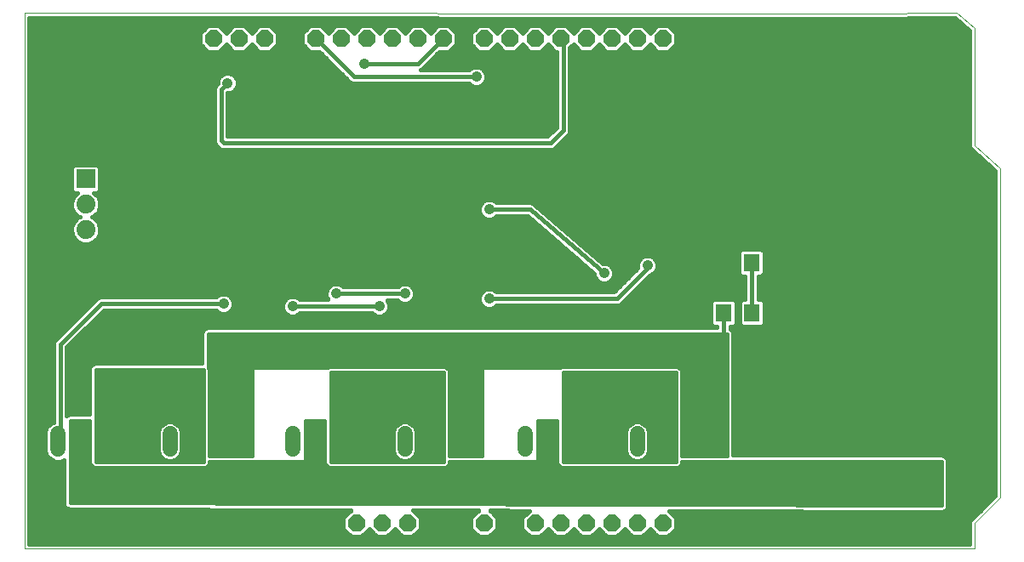
<source format=gbl>
G75*
%MOIN*%
%OFA0B0*%
%FSLAX25Y25*%
%IPPOS*%
%LPD*%
%AMOC8*
5,1,8,0,0,1.08239X$1,22.5*
%
%ADD10C,0.00000*%
%ADD11R,0.06299X0.07098*%
%ADD12R,0.06299X0.07087*%
%ADD13R,0.07087X0.12598*%
%ADD14OC8,0.06600*%
%ADD15C,0.06600*%
%ADD16R,0.06500X0.06500*%
%ADD17R,0.07400X0.07400*%
%ADD18C,0.07400*%
%ADD19OC8,0.15000*%
%ADD20C,0.06000*%
%ADD21C,0.04134*%
%ADD22C,0.01600*%
D10*
X0005000Y0005000D02*
X0005000Y0215000D01*
X0330921Y0214701D01*
X0370000Y0215000D01*
X0377000Y0209000D01*
X0377000Y0163000D01*
X0387000Y0154000D01*
X0387000Y0025000D01*
X0377000Y0015000D01*
X0377000Y0005000D01*
X0005000Y0005000D01*
D11*
X0278732Y0097520D03*
X0289929Y0097520D03*
D12*
X0289701Y0117071D03*
X0278677Y0117071D03*
D13*
X0274843Y0081189D03*
X0296890Y0081189D03*
D14*
X0255000Y0015000D03*
X0245000Y0015000D03*
X0235000Y0015000D03*
X0225000Y0015000D03*
X0215000Y0015000D03*
X0205000Y0015000D03*
X0185000Y0015000D03*
X0175000Y0015000D03*
X0165000Y0015000D03*
X0155000Y0015000D03*
X0145000Y0015000D03*
X0135000Y0015000D03*
X0139000Y0205000D03*
X0129000Y0205000D03*
X0119000Y0205000D03*
X0109000Y0205000D03*
X0099000Y0205000D03*
X0089000Y0205000D03*
X0079000Y0205000D03*
X0149000Y0205000D03*
X0159000Y0205000D03*
X0169000Y0205000D03*
X0185000Y0205000D03*
X0195000Y0205000D03*
X0205000Y0205000D03*
X0215000Y0205000D03*
X0225000Y0205000D03*
X0235000Y0205000D03*
X0245000Y0205000D03*
X0255000Y0205000D03*
D15*
X0311000Y0061000D03*
D16*
X0311000Y0031000D03*
D17*
X0029000Y0150000D03*
D18*
X0029000Y0140000D03*
X0029000Y0130000D03*
D19*
X0050000Y0065000D03*
X0142000Y0065000D03*
X0233000Y0065000D03*
X0354000Y0062000D03*
X0355000Y0031000D03*
D20*
X0265000Y0044000D02*
X0265000Y0050000D01*
X0255000Y0050000D02*
X0255000Y0044000D01*
X0245000Y0044000D02*
X0245000Y0050000D01*
X0221000Y0050000D02*
X0221000Y0044000D01*
X0211000Y0044000D02*
X0211000Y0050000D01*
X0201000Y0050000D02*
X0201000Y0044000D01*
X0174000Y0044000D02*
X0174000Y0050000D01*
X0164000Y0050000D02*
X0164000Y0044000D01*
X0154000Y0044000D02*
X0154000Y0050000D01*
X0130000Y0050000D02*
X0130000Y0044000D01*
X0120000Y0044000D02*
X0120000Y0050000D01*
X0110000Y0050000D02*
X0110000Y0044000D01*
X0082000Y0044000D02*
X0082000Y0050000D01*
X0072000Y0050000D02*
X0072000Y0044000D01*
X0062000Y0044000D02*
X0062000Y0050000D01*
X0038000Y0050000D02*
X0038000Y0044000D01*
X0028000Y0044000D02*
X0028000Y0050000D01*
X0018000Y0050000D02*
X0018000Y0044000D01*
D21*
X0083000Y0101000D03*
X0110000Y0100000D03*
X0127000Y0105000D03*
X0144000Y0100000D03*
X0154000Y0105000D03*
X0187000Y0103000D03*
X0232000Y0113000D03*
X0249000Y0116000D03*
X0187000Y0138000D03*
X0182000Y0190000D03*
X0138000Y0195000D03*
X0084500Y0187500D03*
D22*
X0082000Y0185000D01*
X0082000Y0165000D01*
X0083000Y0164000D01*
X0211000Y0164000D01*
X0216000Y0169000D01*
X0216000Y0204000D01*
X0215000Y0205000D01*
X0218600Y0201388D02*
X0220000Y0202788D01*
X0222888Y0199900D01*
X0227112Y0199900D01*
X0230000Y0202788D01*
X0232888Y0199900D01*
X0237112Y0199900D01*
X0240000Y0202788D01*
X0242888Y0199900D01*
X0247112Y0199900D01*
X0250000Y0202788D01*
X0252888Y0199900D01*
X0257112Y0199900D01*
X0260100Y0202888D01*
X0260100Y0207112D01*
X0257112Y0210100D01*
X0252888Y0210100D01*
X0250000Y0207212D01*
X0247112Y0210100D01*
X0242888Y0210100D01*
X0240000Y0207212D01*
X0237112Y0210100D01*
X0232888Y0210100D01*
X0230000Y0207212D01*
X0227112Y0210100D01*
X0222888Y0210100D01*
X0220000Y0207212D01*
X0217112Y0210100D01*
X0212888Y0210100D01*
X0210000Y0207212D01*
X0207112Y0210100D01*
X0202888Y0210100D01*
X0200000Y0207212D01*
X0197112Y0210100D01*
X0192888Y0210100D01*
X0190000Y0207212D01*
X0187112Y0210100D01*
X0182888Y0210100D01*
X0179900Y0207112D01*
X0179900Y0202888D01*
X0182888Y0199900D01*
X0187112Y0199900D01*
X0190000Y0202788D01*
X0192888Y0199900D01*
X0197112Y0199900D01*
X0200000Y0202788D01*
X0202888Y0199900D01*
X0207112Y0199900D01*
X0210000Y0202788D01*
X0212888Y0199900D01*
X0213400Y0199900D01*
X0213400Y0170077D01*
X0209923Y0166600D01*
X0084600Y0166600D01*
X0084600Y0183633D01*
X0085269Y0183633D01*
X0086690Y0184222D01*
X0087778Y0185310D01*
X0088367Y0186731D01*
X0088367Y0188269D01*
X0087778Y0189690D01*
X0086690Y0190778D01*
X0085269Y0191367D01*
X0083731Y0191367D01*
X0082310Y0190778D01*
X0081222Y0189690D01*
X0080633Y0188269D01*
X0080633Y0187310D01*
X0079796Y0186473D01*
X0079400Y0185517D01*
X0079400Y0164483D01*
X0079796Y0163527D01*
X0080527Y0162796D01*
X0081527Y0161796D01*
X0082483Y0161400D01*
X0211517Y0161400D01*
X0212473Y0161796D01*
X0213204Y0162527D01*
X0218204Y0167527D01*
X0218600Y0168483D01*
X0218600Y0201388D01*
X0218600Y0200520D02*
X0222267Y0200520D01*
X0220669Y0202119D02*
X0219331Y0202119D01*
X0218600Y0198922D02*
X0375200Y0198922D01*
X0375200Y0200520D02*
X0257733Y0200520D01*
X0259331Y0202119D02*
X0375200Y0202119D01*
X0375200Y0203717D02*
X0260100Y0203717D01*
X0260100Y0205316D02*
X0375200Y0205316D01*
X0375200Y0206914D02*
X0260100Y0206914D01*
X0258700Y0208513D02*
X0374803Y0208513D01*
X0375200Y0208172D02*
X0375200Y0163691D01*
X0375163Y0163650D01*
X0375200Y0162953D01*
X0375200Y0162254D01*
X0375239Y0162216D01*
X0375242Y0162161D01*
X0375761Y0161694D01*
X0376254Y0161200D01*
X0376309Y0161200D01*
X0385200Y0153198D01*
X0385200Y0025746D01*
X0375200Y0015746D01*
X0375200Y0006800D01*
X0006800Y0006800D01*
X0006800Y0213198D01*
X0330183Y0212901D01*
X0330189Y0212895D01*
X0330927Y0212901D01*
X0331665Y0212900D01*
X0331672Y0212906D01*
X0369340Y0213195D01*
X0375200Y0208172D01*
X0372938Y0210111D02*
X0006800Y0210111D01*
X0006800Y0208513D02*
X0075300Y0208513D01*
X0073900Y0207112D02*
X0076888Y0210100D01*
X0081112Y0210100D01*
X0084000Y0207212D01*
X0086888Y0210100D01*
X0091112Y0210100D01*
X0094000Y0207212D01*
X0096888Y0210100D01*
X0101112Y0210100D01*
X0104100Y0207112D01*
X0104100Y0202888D01*
X0101112Y0199900D01*
X0096888Y0199900D01*
X0094000Y0202788D01*
X0091112Y0199900D01*
X0086888Y0199900D01*
X0084000Y0202788D01*
X0081112Y0199900D01*
X0076888Y0199900D01*
X0073900Y0202888D01*
X0073900Y0207112D01*
X0073900Y0206914D02*
X0006800Y0206914D01*
X0006800Y0205316D02*
X0073900Y0205316D01*
X0073900Y0203717D02*
X0006800Y0203717D01*
X0006800Y0202119D02*
X0074669Y0202119D01*
X0076267Y0200520D02*
X0006800Y0200520D01*
X0006800Y0198922D02*
X0121401Y0198922D01*
X0120423Y0199900D02*
X0132527Y0187796D01*
X0133483Y0187400D01*
X0179131Y0187400D01*
X0179810Y0186722D01*
X0181231Y0186133D01*
X0182769Y0186133D01*
X0184190Y0186722D01*
X0185278Y0187810D01*
X0185867Y0189231D01*
X0185867Y0190769D01*
X0185278Y0192190D01*
X0184190Y0193278D01*
X0182769Y0193867D01*
X0181231Y0193867D01*
X0179810Y0193278D01*
X0179131Y0192600D01*
X0160000Y0192600D01*
X0160473Y0192796D01*
X0167577Y0199900D01*
X0171112Y0199900D01*
X0174100Y0202888D01*
X0174100Y0207112D01*
X0171112Y0210100D01*
X0166888Y0210100D01*
X0164000Y0207212D01*
X0161112Y0210100D01*
X0156888Y0210100D01*
X0154000Y0207212D01*
X0151112Y0210100D01*
X0146888Y0210100D01*
X0144000Y0207212D01*
X0141112Y0210100D01*
X0136888Y0210100D01*
X0134000Y0207212D01*
X0131112Y0210100D01*
X0126888Y0210100D01*
X0124000Y0207212D01*
X0121112Y0210100D01*
X0116888Y0210100D01*
X0113900Y0207112D01*
X0113900Y0202888D01*
X0116888Y0199900D01*
X0120423Y0199900D01*
X0123000Y0197323D02*
X0006800Y0197323D01*
X0006800Y0195725D02*
X0124598Y0195725D01*
X0126197Y0194126D02*
X0006800Y0194126D01*
X0006800Y0192528D02*
X0127795Y0192528D01*
X0129394Y0190929D02*
X0086326Y0190929D01*
X0087927Y0189331D02*
X0130992Y0189331D01*
X0132681Y0187732D02*
X0088367Y0187732D01*
X0088120Y0186134D02*
X0181230Y0186134D01*
X0182770Y0186134D02*
X0213400Y0186134D01*
X0213400Y0187732D02*
X0185201Y0187732D01*
X0185867Y0189331D02*
X0213400Y0189331D01*
X0213400Y0190929D02*
X0185801Y0190929D01*
X0184941Y0192528D02*
X0213400Y0192528D01*
X0213400Y0194126D02*
X0161803Y0194126D01*
X0163402Y0195725D02*
X0213400Y0195725D01*
X0213400Y0197323D02*
X0165000Y0197323D01*
X0166599Y0198922D02*
X0213400Y0198922D01*
X0212267Y0200520D02*
X0207733Y0200520D01*
X0209331Y0202119D02*
X0210669Y0202119D01*
X0202267Y0200520D02*
X0197733Y0200520D01*
X0199331Y0202119D02*
X0200669Y0202119D01*
X0192267Y0200520D02*
X0187733Y0200520D01*
X0189331Y0202119D02*
X0190669Y0202119D01*
X0191300Y0208513D02*
X0188700Y0208513D01*
X0181300Y0208513D02*
X0172700Y0208513D01*
X0174100Y0206914D02*
X0179900Y0206914D01*
X0179900Y0205316D02*
X0174100Y0205316D01*
X0174100Y0203717D02*
X0179900Y0203717D01*
X0180669Y0202119D02*
X0173331Y0202119D01*
X0171733Y0200520D02*
X0182267Y0200520D01*
X0169000Y0205000D02*
X0159000Y0195000D01*
X0138000Y0195000D01*
X0134000Y0190000D02*
X0119000Y0205000D01*
X0113900Y0205316D02*
X0104100Y0205316D01*
X0104100Y0206914D02*
X0113900Y0206914D01*
X0115300Y0208513D02*
X0102700Y0208513D01*
X0095300Y0208513D02*
X0092700Y0208513D01*
X0085300Y0208513D02*
X0082700Y0208513D01*
X0083331Y0202119D02*
X0084669Y0202119D01*
X0086267Y0200520D02*
X0081733Y0200520D01*
X0091733Y0200520D02*
X0096267Y0200520D01*
X0094669Y0202119D02*
X0093331Y0202119D01*
X0101733Y0200520D02*
X0116267Y0200520D01*
X0114669Y0202119D02*
X0103331Y0202119D01*
X0104100Y0203717D02*
X0113900Y0203717D01*
X0122700Y0208513D02*
X0125300Y0208513D01*
X0132700Y0208513D02*
X0135300Y0208513D01*
X0142700Y0208513D02*
X0145300Y0208513D01*
X0152700Y0208513D02*
X0155300Y0208513D01*
X0162700Y0208513D02*
X0165300Y0208513D01*
X0182000Y0190000D02*
X0134000Y0190000D01*
X0087004Y0184535D02*
X0213400Y0184535D01*
X0213400Y0182937D02*
X0084600Y0182937D01*
X0084600Y0181338D02*
X0213400Y0181338D01*
X0213400Y0179739D02*
X0084600Y0179739D01*
X0084600Y0178141D02*
X0213400Y0178141D01*
X0213400Y0176542D02*
X0084600Y0176542D01*
X0084600Y0174944D02*
X0213400Y0174944D01*
X0213400Y0173345D02*
X0084600Y0173345D01*
X0084600Y0171747D02*
X0213400Y0171747D01*
X0213400Y0170148D02*
X0084600Y0170148D01*
X0084600Y0168550D02*
X0211873Y0168550D01*
X0210274Y0166951D02*
X0084600Y0166951D01*
X0079400Y0166951D02*
X0006800Y0166951D01*
X0006800Y0165353D02*
X0079400Y0165353D01*
X0079702Y0163754D02*
X0006800Y0163754D01*
X0006800Y0162156D02*
X0081167Y0162156D01*
X0079400Y0168550D02*
X0006800Y0168550D01*
X0006800Y0170148D02*
X0079400Y0170148D01*
X0079400Y0171747D02*
X0006800Y0171747D01*
X0006800Y0173345D02*
X0079400Y0173345D01*
X0079400Y0174944D02*
X0006800Y0174944D01*
X0006800Y0176542D02*
X0079400Y0176542D01*
X0079400Y0178141D02*
X0006800Y0178141D01*
X0006800Y0179739D02*
X0079400Y0179739D01*
X0079400Y0181338D02*
X0006800Y0181338D01*
X0006800Y0182937D02*
X0079400Y0182937D01*
X0079400Y0184535D02*
X0006800Y0184535D01*
X0006800Y0186134D02*
X0079655Y0186134D01*
X0080633Y0187732D02*
X0006800Y0187732D01*
X0006800Y0189331D02*
X0081073Y0189331D01*
X0082674Y0190929D02*
X0006800Y0190929D01*
X0006800Y0211710D02*
X0371073Y0211710D01*
X0375200Y0197323D02*
X0218600Y0197323D01*
X0218600Y0195725D02*
X0375200Y0195725D01*
X0375200Y0194126D02*
X0218600Y0194126D01*
X0218600Y0192528D02*
X0375200Y0192528D01*
X0375200Y0190929D02*
X0218600Y0190929D01*
X0218600Y0189331D02*
X0375200Y0189331D01*
X0375200Y0187732D02*
X0218600Y0187732D01*
X0218600Y0186134D02*
X0375200Y0186134D01*
X0375200Y0184535D02*
X0218600Y0184535D01*
X0218600Y0182937D02*
X0375200Y0182937D01*
X0375200Y0181338D02*
X0218600Y0181338D01*
X0218600Y0179739D02*
X0375200Y0179739D01*
X0375200Y0178141D02*
X0218600Y0178141D01*
X0218600Y0176542D02*
X0375200Y0176542D01*
X0375200Y0174944D02*
X0218600Y0174944D01*
X0218600Y0173345D02*
X0375200Y0173345D01*
X0375200Y0171747D02*
X0218600Y0171747D01*
X0218600Y0170148D02*
X0375200Y0170148D01*
X0375200Y0168550D02*
X0218600Y0168550D01*
X0217628Y0166951D02*
X0375200Y0166951D01*
X0375200Y0165353D02*
X0216030Y0165353D01*
X0214431Y0163754D02*
X0375200Y0163754D01*
X0375247Y0162156D02*
X0212833Y0162156D01*
X0189869Y0140600D02*
X0189190Y0141278D01*
X0187769Y0141867D01*
X0186231Y0141867D01*
X0184810Y0141278D01*
X0183722Y0140190D01*
X0183133Y0138769D01*
X0183133Y0137231D01*
X0183722Y0135810D01*
X0184810Y0134722D01*
X0186231Y0134133D01*
X0187769Y0134133D01*
X0189190Y0134722D01*
X0189869Y0135400D01*
X0202034Y0135400D01*
X0228133Y0112901D01*
X0228133Y0112231D01*
X0228722Y0110810D01*
X0229810Y0109722D01*
X0231231Y0109133D01*
X0232769Y0109133D01*
X0234190Y0109722D01*
X0235278Y0110810D01*
X0235867Y0112231D01*
X0235867Y0113769D01*
X0235278Y0115190D01*
X0234190Y0116278D01*
X0232769Y0116867D01*
X0231496Y0116867D01*
X0204770Y0139907D01*
X0204473Y0140204D01*
X0204381Y0140242D01*
X0204306Y0140307D01*
X0203906Y0140439D01*
X0203517Y0140600D01*
X0203418Y0140600D01*
X0203324Y0140631D01*
X0202904Y0140600D01*
X0189869Y0140600D01*
X0188956Y0141375D02*
X0385200Y0141375D01*
X0385200Y0139777D02*
X0204921Y0139777D01*
X0206775Y0138178D02*
X0385200Y0138178D01*
X0385200Y0136580D02*
X0208630Y0136580D01*
X0210484Y0134981D02*
X0385200Y0134981D01*
X0385200Y0133383D02*
X0212338Y0133383D01*
X0214192Y0131784D02*
X0385200Y0131784D01*
X0385200Y0130186D02*
X0216047Y0130186D01*
X0217901Y0128587D02*
X0385200Y0128587D01*
X0385200Y0126989D02*
X0219755Y0126989D01*
X0221609Y0125390D02*
X0385200Y0125390D01*
X0385200Y0123792D02*
X0223464Y0123792D01*
X0225318Y0122193D02*
X0285584Y0122193D01*
X0285806Y0122414D02*
X0284751Y0121360D01*
X0284751Y0112782D01*
X0285806Y0111728D01*
X0287101Y0111728D01*
X0287101Y0102869D01*
X0286034Y0102869D01*
X0284980Y0101814D01*
X0284980Y0093225D01*
X0286034Y0092170D01*
X0293824Y0092170D01*
X0294879Y0093225D01*
X0294879Y0101814D01*
X0293824Y0102869D01*
X0292301Y0102869D01*
X0292301Y0111728D01*
X0293596Y0111728D01*
X0294650Y0112782D01*
X0294650Y0121360D01*
X0293596Y0122414D01*
X0285806Y0122414D01*
X0284751Y0120595D02*
X0227172Y0120595D01*
X0229027Y0118996D02*
X0246527Y0118996D01*
X0246810Y0119278D02*
X0245722Y0118190D01*
X0245133Y0116769D01*
X0245133Y0115231D01*
X0245256Y0114933D01*
X0235923Y0105600D01*
X0189869Y0105600D01*
X0189190Y0106278D01*
X0187769Y0106867D01*
X0186231Y0106867D01*
X0184810Y0106278D01*
X0183722Y0105190D01*
X0183133Y0103769D01*
X0183133Y0102231D01*
X0183722Y0100810D01*
X0184810Y0099722D01*
X0186231Y0099133D01*
X0187769Y0099133D01*
X0189190Y0099722D01*
X0189869Y0100400D01*
X0237517Y0100400D01*
X0238473Y0100796D01*
X0249839Y0112162D01*
X0251190Y0112722D01*
X0252278Y0113810D01*
X0252867Y0115231D01*
X0252867Y0116769D01*
X0252278Y0118190D01*
X0251190Y0119278D01*
X0249769Y0119867D01*
X0248231Y0119867D01*
X0246810Y0119278D01*
X0245393Y0117398D02*
X0230881Y0117398D01*
X0234670Y0115799D02*
X0245133Y0115799D01*
X0244524Y0114201D02*
X0235688Y0114201D01*
X0235867Y0112602D02*
X0242925Y0112602D01*
X0241327Y0111003D02*
X0235359Y0111003D01*
X0233426Y0109405D02*
X0239728Y0109405D01*
X0238130Y0107806D02*
X0156662Y0107806D01*
X0156190Y0108278D02*
X0154769Y0108867D01*
X0153231Y0108867D01*
X0151810Y0108278D01*
X0151131Y0107600D01*
X0129869Y0107600D01*
X0129190Y0108278D01*
X0127769Y0108867D01*
X0126231Y0108867D01*
X0124810Y0108278D01*
X0123722Y0107190D01*
X0123133Y0105769D01*
X0123133Y0104231D01*
X0123722Y0102810D01*
X0123931Y0102600D01*
X0112869Y0102600D01*
X0112190Y0103278D01*
X0110769Y0103867D01*
X0109231Y0103867D01*
X0107810Y0103278D01*
X0106722Y0102190D01*
X0106133Y0100769D01*
X0106133Y0099231D01*
X0106722Y0097810D01*
X0107810Y0096722D01*
X0109231Y0096133D01*
X0110769Y0096133D01*
X0112190Y0096722D01*
X0112869Y0097400D01*
X0141131Y0097400D01*
X0141810Y0096722D01*
X0143231Y0096133D01*
X0144769Y0096133D01*
X0146190Y0096722D01*
X0147278Y0097810D01*
X0147867Y0099231D01*
X0147867Y0100769D01*
X0147278Y0102190D01*
X0147069Y0102400D01*
X0151131Y0102400D01*
X0151810Y0101722D01*
X0153231Y0101133D01*
X0154769Y0101133D01*
X0156190Y0101722D01*
X0157278Y0102810D01*
X0157867Y0104231D01*
X0157867Y0105769D01*
X0157278Y0107190D01*
X0156190Y0108278D01*
X0157685Y0106208D02*
X0184739Y0106208D01*
X0183481Y0104609D02*
X0157867Y0104609D01*
X0157362Y0103011D02*
X0183133Y0103011D01*
X0183472Y0101412D02*
X0155444Y0101412D01*
X0152556Y0101412D02*
X0147600Y0101412D01*
X0147867Y0099814D02*
X0184717Y0099814D01*
X0187000Y0103000D02*
X0237000Y0103000D01*
X0249000Y0115000D01*
X0249000Y0116000D01*
X0252607Y0117398D02*
X0284751Y0117398D01*
X0284751Y0118996D02*
X0251473Y0118996D01*
X0252867Y0115799D02*
X0284751Y0115799D01*
X0284751Y0114201D02*
X0252440Y0114201D01*
X0250901Y0112602D02*
X0284931Y0112602D01*
X0287101Y0111003D02*
X0248680Y0111003D01*
X0247082Y0109405D02*
X0287101Y0109405D01*
X0287101Y0107806D02*
X0245483Y0107806D01*
X0243885Y0106208D02*
X0287101Y0106208D01*
X0287101Y0104609D02*
X0242286Y0104609D01*
X0240688Y0103011D02*
X0287101Y0103011D01*
X0284980Y0101412D02*
X0283682Y0101412D01*
X0283682Y0101814D02*
X0282627Y0102869D01*
X0274837Y0102869D01*
X0273783Y0101814D01*
X0273783Y0093225D01*
X0274837Y0092170D01*
X0276132Y0092170D01*
X0276132Y0091600D01*
X0076483Y0091600D01*
X0075527Y0091204D01*
X0074796Y0090473D01*
X0074400Y0089517D01*
X0074400Y0077600D01*
X0032483Y0077600D01*
X0031527Y0077204D01*
X0030796Y0076473D01*
X0030400Y0075517D01*
X0030400Y0057600D01*
X0022483Y0057600D01*
X0021600Y0057234D01*
X0021600Y0083923D01*
X0036077Y0098400D01*
X0080131Y0098400D01*
X0080810Y0097722D01*
X0082231Y0097133D01*
X0083769Y0097133D01*
X0085190Y0097722D01*
X0086278Y0098810D01*
X0086867Y0100231D01*
X0086867Y0101769D01*
X0086278Y0103190D01*
X0085190Y0104278D01*
X0083769Y0104867D01*
X0082231Y0104867D01*
X0080810Y0104278D01*
X0080131Y0103600D01*
X0034483Y0103600D01*
X0033527Y0103204D01*
X0032796Y0102473D01*
X0032796Y0102473D01*
X0017527Y0087204D01*
X0016796Y0086473D01*
X0016400Y0085517D01*
X0016400Y0054533D01*
X0015281Y0054069D01*
X0013931Y0052719D01*
X0013200Y0050955D01*
X0013200Y0043045D01*
X0013931Y0041281D01*
X0015281Y0039931D01*
X0017045Y0039200D01*
X0018955Y0039200D01*
X0020400Y0039799D01*
X0020400Y0023003D01*
X0020398Y0022490D01*
X0020400Y0022487D01*
X0020400Y0022483D01*
X0020596Y0022009D01*
X0020792Y0021534D01*
X0020794Y0021531D01*
X0020796Y0021527D01*
X0021157Y0021166D01*
X0021521Y0020800D01*
X0021524Y0020799D01*
X0021527Y0020796D01*
X0022000Y0020600D01*
X0022475Y0020402D01*
X0022479Y0020402D01*
X0022483Y0020400D01*
X0022995Y0020400D01*
X0132865Y0020078D01*
X0129900Y0017112D01*
X0129900Y0012888D01*
X0132888Y0009900D01*
X0137112Y0009900D01*
X0140000Y0012788D01*
X0142888Y0009900D01*
X0147112Y0009900D01*
X0150000Y0012788D01*
X0152888Y0009900D01*
X0157112Y0009900D01*
X0160100Y0012888D01*
X0160100Y0017112D01*
X0157206Y0020006D01*
X0182719Y0019932D01*
X0179900Y0017112D01*
X0179900Y0012888D01*
X0182888Y0009900D01*
X0187112Y0009900D01*
X0190100Y0012888D01*
X0190100Y0017112D01*
X0187294Y0019918D01*
X0202661Y0019873D01*
X0199900Y0017112D01*
X0199900Y0012888D01*
X0202888Y0009900D01*
X0207112Y0009900D01*
X0210000Y0012788D01*
X0212888Y0009900D01*
X0217112Y0009900D01*
X0220000Y0012788D01*
X0222888Y0009900D01*
X0227112Y0009900D01*
X0230000Y0012788D01*
X0232888Y0009900D01*
X0237112Y0009900D01*
X0240000Y0012788D01*
X0242888Y0009900D01*
X0247112Y0009900D01*
X0250000Y0012788D01*
X0252888Y0009900D01*
X0257112Y0009900D01*
X0260100Y0012888D01*
X0260100Y0017112D01*
X0257500Y0019712D01*
X0363479Y0019402D01*
X0363483Y0019400D01*
X0363998Y0019400D01*
X0364510Y0019398D01*
X0364513Y0019400D01*
X0364517Y0019400D01*
X0364991Y0019596D01*
X0365466Y0019792D01*
X0365469Y0019794D01*
X0365473Y0019796D01*
X0365834Y0020157D01*
X0366200Y0020521D01*
X0366201Y0020524D01*
X0366204Y0020527D01*
X0366400Y0021000D01*
X0366598Y0021475D01*
X0366598Y0021479D01*
X0366600Y0021483D01*
X0366600Y0021997D01*
X0366601Y0022510D01*
X0366600Y0022513D01*
X0366600Y0039517D01*
X0366204Y0040473D01*
X0365473Y0041204D01*
X0364517Y0041600D01*
X0282600Y0041600D01*
X0282600Y0089517D01*
X0282204Y0090473D01*
X0281473Y0091204D01*
X0281332Y0091262D01*
X0281332Y0092170D01*
X0282627Y0092170D01*
X0283682Y0093225D01*
X0283682Y0101814D01*
X0283682Y0099814D02*
X0284980Y0099814D01*
X0284980Y0098215D02*
X0283682Y0098215D01*
X0283682Y0096617D02*
X0284980Y0096617D01*
X0284980Y0095018D02*
X0283682Y0095018D01*
X0283682Y0093420D02*
X0284980Y0093420D01*
X0281332Y0091821D02*
X0385200Y0091821D01*
X0385200Y0090223D02*
X0282308Y0090223D01*
X0282600Y0088624D02*
X0385200Y0088624D01*
X0385200Y0087026D02*
X0282600Y0087026D01*
X0282600Y0085427D02*
X0385200Y0085427D01*
X0385200Y0083829D02*
X0282600Y0083829D01*
X0282600Y0082230D02*
X0385200Y0082230D01*
X0385200Y0080632D02*
X0282600Y0080632D01*
X0282600Y0079033D02*
X0385200Y0079033D01*
X0385200Y0077435D02*
X0282600Y0077435D01*
X0282600Y0075836D02*
X0385200Y0075836D01*
X0385200Y0074238D02*
X0282600Y0074238D01*
X0282600Y0072639D02*
X0385200Y0072639D01*
X0385200Y0071041D02*
X0282600Y0071041D01*
X0282600Y0069442D02*
X0385200Y0069442D01*
X0385200Y0067844D02*
X0282600Y0067844D01*
X0282600Y0066245D02*
X0385200Y0066245D01*
X0385200Y0064647D02*
X0282600Y0064647D01*
X0282600Y0063048D02*
X0385200Y0063048D01*
X0385200Y0061450D02*
X0282600Y0061450D01*
X0282600Y0059851D02*
X0385200Y0059851D01*
X0385200Y0058253D02*
X0282600Y0058253D01*
X0282600Y0056654D02*
X0385200Y0056654D01*
X0385200Y0055056D02*
X0282600Y0055056D01*
X0282600Y0053457D02*
X0385200Y0053457D01*
X0385200Y0051859D02*
X0282600Y0051859D01*
X0282600Y0050260D02*
X0385200Y0050260D01*
X0385200Y0048662D02*
X0282600Y0048662D01*
X0282600Y0047063D02*
X0385200Y0047063D01*
X0385200Y0045465D02*
X0282600Y0045465D01*
X0282600Y0043866D02*
X0385200Y0043866D01*
X0385200Y0042268D02*
X0282600Y0042268D01*
X0280000Y0042268D02*
X0262400Y0042268D01*
X0262400Y0041400D02*
X0262400Y0074477D01*
X0262035Y0075359D01*
X0261359Y0076035D01*
X0260477Y0076400D01*
X0215523Y0076400D01*
X0214641Y0076035D01*
X0214606Y0076000D01*
X0184000Y0076000D01*
X0184000Y0041400D01*
X0171400Y0041400D01*
X0171400Y0074477D01*
X0171035Y0075359D01*
X0170359Y0076035D01*
X0169477Y0076400D01*
X0124523Y0076400D01*
X0123641Y0076035D01*
X0123606Y0076000D01*
X0094000Y0076000D01*
X0094000Y0041400D01*
X0077400Y0041400D01*
X0077400Y0074523D01*
X0077400Y0075477D01*
X0077035Y0076359D01*
X0077000Y0076394D01*
X0077000Y0089000D01*
X0280000Y0089000D01*
X0280000Y0041400D01*
X0262400Y0041400D01*
X0262400Y0043866D02*
X0280000Y0043866D01*
X0280000Y0045465D02*
X0262400Y0045465D01*
X0262400Y0047063D02*
X0280000Y0047063D01*
X0280000Y0048662D02*
X0262400Y0048662D01*
X0262400Y0050260D02*
X0280000Y0050260D01*
X0280000Y0051859D02*
X0262400Y0051859D01*
X0262400Y0053457D02*
X0280000Y0053457D01*
X0280000Y0055056D02*
X0262400Y0055056D01*
X0262400Y0056654D02*
X0280000Y0056654D01*
X0280000Y0058253D02*
X0262400Y0058253D01*
X0262400Y0059851D02*
X0280000Y0059851D01*
X0280000Y0061450D02*
X0262400Y0061450D01*
X0262400Y0063048D02*
X0280000Y0063048D01*
X0280000Y0064647D02*
X0262400Y0064647D01*
X0262400Y0066245D02*
X0280000Y0066245D01*
X0280000Y0067844D02*
X0262400Y0067844D01*
X0262400Y0069442D02*
X0280000Y0069442D01*
X0280000Y0071041D02*
X0262400Y0071041D01*
X0262400Y0072639D02*
X0280000Y0072639D01*
X0280000Y0074238D02*
X0262400Y0074238D01*
X0261558Y0075836D02*
X0280000Y0075836D01*
X0280000Y0077435D02*
X0077000Y0077435D01*
X0077000Y0079033D02*
X0280000Y0079033D01*
X0280000Y0080632D02*
X0077000Y0080632D01*
X0077000Y0082230D02*
X0280000Y0082230D01*
X0280000Y0083829D02*
X0077000Y0083829D01*
X0077000Y0085427D02*
X0280000Y0085427D01*
X0279000Y0085346D02*
X0279000Y0088000D01*
X0278732Y0088268D01*
X0278732Y0097520D01*
X0278732Y0094732D01*
X0276132Y0091821D02*
X0029498Y0091821D01*
X0027900Y0090223D02*
X0074692Y0090223D01*
X0074400Y0088624D02*
X0026301Y0088624D01*
X0024703Y0087026D02*
X0074400Y0087026D01*
X0074400Y0085427D02*
X0023104Y0085427D01*
X0021600Y0083829D02*
X0074400Y0083829D01*
X0074400Y0082230D02*
X0021600Y0082230D01*
X0021600Y0080632D02*
X0074400Y0080632D01*
X0074400Y0079033D02*
X0021600Y0079033D01*
X0021600Y0077435D02*
X0032084Y0077435D01*
X0030532Y0075836D02*
X0021600Y0075836D01*
X0021600Y0074238D02*
X0030400Y0074238D01*
X0030400Y0072639D02*
X0021600Y0072639D01*
X0021600Y0071041D02*
X0030400Y0071041D01*
X0030400Y0069442D02*
X0021600Y0069442D01*
X0021600Y0067844D02*
X0030400Y0067844D01*
X0030400Y0066245D02*
X0021600Y0066245D01*
X0021600Y0064647D02*
X0030400Y0064647D01*
X0030400Y0063048D02*
X0021600Y0063048D01*
X0021600Y0061450D02*
X0030400Y0061450D01*
X0030400Y0059851D02*
X0021600Y0059851D01*
X0021600Y0058253D02*
X0030400Y0058253D01*
X0033000Y0058253D02*
X0075000Y0058253D01*
X0075000Y0059851D02*
X0033000Y0059851D01*
X0033000Y0061450D02*
X0075000Y0061450D01*
X0075000Y0063048D02*
X0033000Y0063048D01*
X0033000Y0064647D02*
X0075000Y0064647D01*
X0075000Y0066245D02*
X0033000Y0066245D01*
X0033000Y0067844D02*
X0075000Y0067844D01*
X0075000Y0069442D02*
X0033000Y0069442D01*
X0033000Y0071041D02*
X0075000Y0071041D01*
X0075000Y0072639D02*
X0033000Y0072639D01*
X0033000Y0074238D02*
X0075000Y0074238D01*
X0075000Y0075000D02*
X0075000Y0039000D01*
X0033000Y0039000D01*
X0033000Y0075000D01*
X0075000Y0075000D01*
X0077251Y0075836D02*
X0094000Y0075836D01*
X0094000Y0074238D02*
X0077400Y0074238D01*
X0077400Y0072639D02*
X0094000Y0072639D01*
X0094000Y0071041D02*
X0077400Y0071041D01*
X0077400Y0069442D02*
X0094000Y0069442D01*
X0094000Y0067844D02*
X0077400Y0067844D01*
X0077400Y0066245D02*
X0094000Y0066245D01*
X0094000Y0064647D02*
X0077400Y0064647D01*
X0077400Y0063048D02*
X0094000Y0063048D01*
X0094000Y0061450D02*
X0077400Y0061450D01*
X0077400Y0059851D02*
X0094000Y0059851D01*
X0094000Y0058253D02*
X0077400Y0058253D01*
X0077400Y0056654D02*
X0094000Y0056654D01*
X0094000Y0055056D02*
X0077400Y0055056D01*
X0077400Y0053457D02*
X0094000Y0053457D01*
X0094000Y0051859D02*
X0077400Y0051859D01*
X0077400Y0050260D02*
X0094000Y0050260D01*
X0094000Y0048662D02*
X0077400Y0048662D01*
X0077400Y0047063D02*
X0094000Y0047063D01*
X0094000Y0045465D02*
X0077400Y0045465D01*
X0077400Y0043866D02*
X0094000Y0043866D01*
X0094000Y0042268D02*
X0077400Y0042268D01*
X0075000Y0042268D02*
X0066261Y0042268D01*
X0066600Y0043085D02*
X0066600Y0050915D01*
X0065900Y0052606D01*
X0064606Y0053900D01*
X0062915Y0054600D01*
X0061085Y0054600D01*
X0059394Y0053900D01*
X0058100Y0052606D01*
X0057400Y0050915D01*
X0057400Y0043085D01*
X0058100Y0041394D01*
X0059394Y0040100D01*
X0061085Y0039400D01*
X0062915Y0039400D01*
X0064606Y0040100D01*
X0065900Y0041394D01*
X0066600Y0043085D01*
X0066600Y0043866D02*
X0075000Y0043866D01*
X0075000Y0045465D02*
X0066600Y0045465D01*
X0066600Y0047063D02*
X0075000Y0047063D01*
X0075000Y0048662D02*
X0066600Y0048662D01*
X0066600Y0050260D02*
X0075000Y0050260D01*
X0075000Y0051859D02*
X0066209Y0051859D01*
X0065048Y0053457D02*
X0075000Y0053457D01*
X0075000Y0055056D02*
X0033000Y0055056D01*
X0033000Y0056654D02*
X0075000Y0056654D01*
X0058952Y0053457D02*
X0033000Y0053457D01*
X0033000Y0051859D02*
X0057791Y0051859D01*
X0057400Y0050260D02*
X0033000Y0050260D01*
X0033000Y0048662D02*
X0057400Y0048662D01*
X0057400Y0047063D02*
X0033000Y0047063D01*
X0033000Y0045465D02*
X0057400Y0045465D01*
X0057400Y0043866D02*
X0033000Y0043866D01*
X0033000Y0042268D02*
X0057739Y0042268D01*
X0058826Y0040669D02*
X0033000Y0040669D01*
X0033000Y0039070D02*
X0075000Y0039070D01*
X0075000Y0040669D02*
X0065174Y0040669D01*
X0074523Y0036600D02*
X0033477Y0036600D01*
X0032523Y0036600D01*
X0031641Y0036965D01*
X0030965Y0037641D01*
X0030600Y0038523D01*
X0030600Y0055000D01*
X0023000Y0055000D01*
X0023000Y0023000D01*
X0364000Y0022000D01*
X0364000Y0039000D01*
X0262400Y0039000D01*
X0262400Y0038523D01*
X0262035Y0037641D01*
X0261359Y0036965D01*
X0260477Y0036600D01*
X0215523Y0036600D01*
X0214641Y0036965D01*
X0213965Y0037641D01*
X0213600Y0038523D01*
X0213600Y0055000D01*
X0206000Y0055000D01*
X0206000Y0039000D01*
X0171400Y0039000D01*
X0171400Y0038523D01*
X0171035Y0037641D01*
X0170359Y0036965D01*
X0169477Y0036600D01*
X0124523Y0036600D01*
X0123641Y0036965D01*
X0122965Y0037641D01*
X0122600Y0038523D01*
X0122600Y0055000D01*
X0115000Y0055000D01*
X0115000Y0039000D01*
X0077400Y0039000D01*
X0077400Y0038523D01*
X0077035Y0037641D01*
X0076359Y0036965D01*
X0075477Y0036600D01*
X0074523Y0036600D01*
X0076866Y0037472D02*
X0123134Y0037472D01*
X0122600Y0039070D02*
X0115000Y0039070D01*
X0115000Y0040669D02*
X0122600Y0040669D01*
X0122600Y0042268D02*
X0115000Y0042268D01*
X0115000Y0043866D02*
X0122600Y0043866D01*
X0122600Y0045465D02*
X0115000Y0045465D01*
X0115000Y0047063D02*
X0122600Y0047063D01*
X0122600Y0048662D02*
X0115000Y0048662D01*
X0115000Y0050260D02*
X0122600Y0050260D01*
X0122600Y0051859D02*
X0115000Y0051859D01*
X0115000Y0053457D02*
X0122600Y0053457D01*
X0125000Y0053457D02*
X0150952Y0053457D01*
X0151394Y0053900D02*
X0150100Y0052606D01*
X0149400Y0050915D01*
X0149400Y0043085D01*
X0150100Y0041394D01*
X0151394Y0040100D01*
X0153085Y0039400D01*
X0154915Y0039400D01*
X0156606Y0040100D01*
X0157900Y0041394D01*
X0158600Y0043085D01*
X0158600Y0050915D01*
X0157900Y0052606D01*
X0156606Y0053900D01*
X0154915Y0054600D01*
X0153085Y0054600D01*
X0151394Y0053900D01*
X0149791Y0051859D02*
X0125000Y0051859D01*
X0125000Y0050260D02*
X0149400Y0050260D01*
X0149400Y0048662D02*
X0125000Y0048662D01*
X0125000Y0047063D02*
X0149400Y0047063D01*
X0149400Y0045465D02*
X0125000Y0045465D01*
X0125000Y0043866D02*
X0149400Y0043866D01*
X0149739Y0042268D02*
X0125000Y0042268D01*
X0125000Y0040669D02*
X0150826Y0040669D01*
X0157174Y0040669D02*
X0169000Y0040669D01*
X0169000Y0039070D02*
X0125000Y0039070D01*
X0125000Y0039000D02*
X0125000Y0074000D01*
X0169000Y0074000D01*
X0169000Y0039000D01*
X0125000Y0039000D01*
X0125000Y0055056D02*
X0169000Y0055056D01*
X0169000Y0056654D02*
X0125000Y0056654D01*
X0125000Y0058253D02*
X0169000Y0058253D01*
X0169000Y0059851D02*
X0125000Y0059851D01*
X0125000Y0061450D02*
X0169000Y0061450D01*
X0169000Y0063048D02*
X0125000Y0063048D01*
X0125000Y0064647D02*
X0169000Y0064647D01*
X0169000Y0066245D02*
X0125000Y0066245D01*
X0125000Y0067844D02*
X0169000Y0067844D01*
X0169000Y0069442D02*
X0125000Y0069442D01*
X0125000Y0071041D02*
X0169000Y0071041D01*
X0169000Y0072639D02*
X0125000Y0072639D01*
X0157048Y0053457D02*
X0169000Y0053457D01*
X0169000Y0051859D02*
X0158209Y0051859D01*
X0158600Y0050260D02*
X0169000Y0050260D01*
X0169000Y0048662D02*
X0158600Y0048662D01*
X0158600Y0047063D02*
X0169000Y0047063D01*
X0169000Y0045465D02*
X0158600Y0045465D01*
X0158600Y0043866D02*
X0169000Y0043866D01*
X0169000Y0042268D02*
X0158261Y0042268D01*
X0170866Y0037472D02*
X0214134Y0037472D01*
X0213600Y0039070D02*
X0206000Y0039070D01*
X0206000Y0040669D02*
X0213600Y0040669D01*
X0213600Y0042268D02*
X0206000Y0042268D01*
X0206000Y0043866D02*
X0213600Y0043866D01*
X0213600Y0045465D02*
X0206000Y0045465D01*
X0206000Y0047063D02*
X0213600Y0047063D01*
X0213600Y0048662D02*
X0206000Y0048662D01*
X0206000Y0050260D02*
X0213600Y0050260D01*
X0213600Y0051859D02*
X0206000Y0051859D01*
X0206000Y0053457D02*
X0213600Y0053457D01*
X0216000Y0053457D02*
X0241952Y0053457D01*
X0242394Y0053900D02*
X0241100Y0052606D01*
X0240400Y0050915D01*
X0240400Y0043085D01*
X0241100Y0041394D01*
X0242394Y0040100D01*
X0244085Y0039400D01*
X0245915Y0039400D01*
X0247606Y0040100D01*
X0248900Y0041394D01*
X0249600Y0043085D01*
X0249600Y0050915D01*
X0248900Y0052606D01*
X0247606Y0053900D01*
X0245915Y0054600D01*
X0244085Y0054600D01*
X0242394Y0053900D01*
X0240791Y0051859D02*
X0216000Y0051859D01*
X0216000Y0050260D02*
X0240400Y0050260D01*
X0240400Y0048662D02*
X0216000Y0048662D01*
X0216000Y0047063D02*
X0240400Y0047063D01*
X0240400Y0045465D02*
X0216000Y0045465D01*
X0216000Y0043866D02*
X0240400Y0043866D01*
X0240739Y0042268D02*
X0216000Y0042268D01*
X0216000Y0040669D02*
X0241826Y0040669D01*
X0248174Y0040669D02*
X0260000Y0040669D01*
X0260000Y0039070D02*
X0216000Y0039070D01*
X0216000Y0039000D02*
X0260000Y0039000D01*
X0260000Y0074000D01*
X0216000Y0074000D01*
X0216000Y0039000D01*
X0216000Y0055056D02*
X0260000Y0055056D01*
X0260000Y0056654D02*
X0216000Y0056654D01*
X0216000Y0058253D02*
X0260000Y0058253D01*
X0260000Y0059851D02*
X0216000Y0059851D01*
X0216000Y0061450D02*
X0260000Y0061450D01*
X0260000Y0063048D02*
X0216000Y0063048D01*
X0216000Y0064647D02*
X0260000Y0064647D01*
X0260000Y0066245D02*
X0216000Y0066245D01*
X0216000Y0067844D02*
X0260000Y0067844D01*
X0260000Y0069442D02*
X0216000Y0069442D01*
X0216000Y0071041D02*
X0260000Y0071041D01*
X0260000Y0072639D02*
X0216000Y0072639D01*
X0184000Y0072639D02*
X0171400Y0072639D01*
X0171400Y0071041D02*
X0184000Y0071041D01*
X0184000Y0069442D02*
X0171400Y0069442D01*
X0171400Y0067844D02*
X0184000Y0067844D01*
X0184000Y0066245D02*
X0171400Y0066245D01*
X0171400Y0064647D02*
X0184000Y0064647D01*
X0184000Y0063048D02*
X0171400Y0063048D01*
X0171400Y0061450D02*
X0184000Y0061450D01*
X0184000Y0059851D02*
X0171400Y0059851D01*
X0171400Y0058253D02*
X0184000Y0058253D01*
X0184000Y0056654D02*
X0171400Y0056654D01*
X0171400Y0055056D02*
X0184000Y0055056D01*
X0184000Y0053457D02*
X0171400Y0053457D01*
X0171400Y0051859D02*
X0184000Y0051859D01*
X0184000Y0050260D02*
X0171400Y0050260D01*
X0171400Y0048662D02*
X0184000Y0048662D01*
X0184000Y0047063D02*
X0171400Y0047063D01*
X0171400Y0045465D02*
X0184000Y0045465D01*
X0184000Y0043866D02*
X0171400Y0043866D01*
X0171400Y0042268D02*
X0184000Y0042268D01*
X0182676Y0019888D02*
X0157324Y0019888D01*
X0158923Y0018290D02*
X0181077Y0018290D01*
X0179900Y0016691D02*
X0160100Y0016691D01*
X0160100Y0015093D02*
X0179900Y0015093D01*
X0179900Y0013494D02*
X0160100Y0013494D01*
X0159108Y0011896D02*
X0180892Y0011896D01*
X0182490Y0010297D02*
X0157510Y0010297D01*
X0152490Y0010297D02*
X0147510Y0010297D01*
X0149108Y0011896D02*
X0150892Y0011896D01*
X0142490Y0010297D02*
X0137510Y0010297D01*
X0139108Y0011896D02*
X0140892Y0011896D01*
X0132490Y0010297D02*
X0006800Y0010297D01*
X0006800Y0008699D02*
X0375200Y0008699D01*
X0375200Y0010297D02*
X0257510Y0010297D01*
X0259108Y0011896D02*
X0375200Y0011896D01*
X0375200Y0013494D02*
X0260100Y0013494D01*
X0260100Y0015093D02*
X0375200Y0015093D01*
X0376146Y0016691D02*
X0260100Y0016691D01*
X0258923Y0018290D02*
X0377744Y0018290D01*
X0379343Y0019888D02*
X0365565Y0019888D01*
X0366600Y0021487D02*
X0380941Y0021487D01*
X0382540Y0023085D02*
X0366600Y0023085D01*
X0366600Y0024684D02*
X0384138Y0024684D01*
X0385200Y0026282D02*
X0366600Y0026282D01*
X0366600Y0027881D02*
X0385200Y0027881D01*
X0385200Y0029479D02*
X0366600Y0029479D01*
X0366600Y0031078D02*
X0385200Y0031078D01*
X0385200Y0032676D02*
X0366600Y0032676D01*
X0366600Y0034275D02*
X0385200Y0034275D01*
X0385200Y0035873D02*
X0366600Y0035873D01*
X0366600Y0037472D02*
X0385200Y0037472D01*
X0385200Y0039070D02*
X0366600Y0039070D01*
X0366008Y0040669D02*
X0385200Y0040669D01*
X0364000Y0037472D02*
X0261866Y0037472D01*
X0260000Y0042268D02*
X0249261Y0042268D01*
X0249600Y0043866D02*
X0260000Y0043866D01*
X0260000Y0045465D02*
X0249600Y0045465D01*
X0249600Y0047063D02*
X0260000Y0047063D01*
X0260000Y0048662D02*
X0249600Y0048662D01*
X0249600Y0050260D02*
X0260000Y0050260D01*
X0260000Y0051859D02*
X0249209Y0051859D01*
X0248048Y0053457D02*
X0260000Y0053457D01*
X0274843Y0081189D02*
X0279000Y0085346D01*
X0280000Y0087026D02*
X0077000Y0087026D01*
X0077000Y0088624D02*
X0280000Y0088624D01*
X0273783Y0093420D02*
X0031097Y0093420D01*
X0032695Y0095018D02*
X0273783Y0095018D01*
X0273783Y0096617D02*
X0145937Y0096617D01*
X0147446Y0098215D02*
X0273783Y0098215D01*
X0273783Y0099814D02*
X0189283Y0099814D01*
X0189261Y0106208D02*
X0236531Y0106208D01*
X0239089Y0101412D02*
X0273783Y0101412D01*
X0289701Y0097748D02*
X0289929Y0097520D01*
X0289701Y0097748D02*
X0289701Y0117071D01*
X0294650Y0117398D02*
X0385200Y0117398D01*
X0385200Y0118996D02*
X0294650Y0118996D01*
X0294650Y0120595D02*
X0385200Y0120595D01*
X0385200Y0122193D02*
X0293817Y0122193D01*
X0294650Y0115799D02*
X0385200Y0115799D01*
X0385200Y0114201D02*
X0294650Y0114201D01*
X0294470Y0112602D02*
X0385200Y0112602D01*
X0385200Y0111003D02*
X0292301Y0111003D01*
X0292301Y0109405D02*
X0385200Y0109405D01*
X0385200Y0107806D02*
X0292301Y0107806D01*
X0292301Y0106208D02*
X0385200Y0106208D01*
X0385200Y0104609D02*
X0292301Y0104609D01*
X0292301Y0103011D02*
X0385200Y0103011D01*
X0385200Y0101412D02*
X0294879Y0101412D01*
X0294879Y0099814D02*
X0385200Y0099814D01*
X0385200Y0098215D02*
X0294879Y0098215D01*
X0294879Y0096617D02*
X0385200Y0096617D01*
X0385200Y0095018D02*
X0294879Y0095018D01*
X0294879Y0093420D02*
X0385200Y0093420D01*
X0385200Y0142974D02*
X0033721Y0142974D01*
X0033663Y0143115D02*
X0034500Y0141094D01*
X0034500Y0138906D01*
X0033663Y0136884D01*
X0032115Y0135337D01*
X0031301Y0135000D01*
X0032115Y0134663D01*
X0033663Y0133115D01*
X0034500Y0131094D01*
X0034500Y0128906D01*
X0033663Y0126884D01*
X0032115Y0125337D01*
X0030094Y0124500D01*
X0027906Y0124500D01*
X0025884Y0125337D01*
X0024337Y0126884D01*
X0023500Y0128906D01*
X0023500Y0131094D01*
X0024337Y0133115D01*
X0025884Y0134663D01*
X0026699Y0135000D01*
X0025884Y0135337D01*
X0024337Y0136884D01*
X0023500Y0138906D01*
X0023500Y0141094D01*
X0024337Y0143115D01*
X0025722Y0144500D01*
X0024554Y0144500D01*
X0023500Y0145554D01*
X0023500Y0154446D01*
X0024554Y0155500D01*
X0033446Y0155500D01*
X0034500Y0154446D01*
X0034500Y0145554D01*
X0033446Y0144500D01*
X0032278Y0144500D01*
X0033663Y0143115D01*
X0033518Y0144572D02*
X0385200Y0144572D01*
X0385200Y0146171D02*
X0034500Y0146171D01*
X0034500Y0147769D02*
X0385200Y0147769D01*
X0385200Y0149368D02*
X0034500Y0149368D01*
X0034500Y0150966D02*
X0385200Y0150966D01*
X0385200Y0152565D02*
X0034500Y0152565D01*
X0034500Y0154163D02*
X0384128Y0154163D01*
X0382352Y0155762D02*
X0006800Y0155762D01*
X0006800Y0157360D02*
X0380576Y0157360D01*
X0378799Y0158959D02*
X0006800Y0158959D01*
X0006800Y0160557D02*
X0377023Y0160557D01*
X0252267Y0200520D02*
X0247733Y0200520D01*
X0249331Y0202119D02*
X0250669Y0202119D01*
X0242267Y0200520D02*
X0237733Y0200520D01*
X0239331Y0202119D02*
X0240669Y0202119D01*
X0232267Y0200520D02*
X0227733Y0200520D01*
X0229331Y0202119D02*
X0230669Y0202119D01*
X0231300Y0208513D02*
X0228700Y0208513D01*
X0221300Y0208513D02*
X0218700Y0208513D01*
X0211300Y0208513D02*
X0208700Y0208513D01*
X0201300Y0208513D02*
X0198700Y0208513D01*
X0238700Y0208513D02*
X0241300Y0208513D01*
X0248700Y0208513D02*
X0251300Y0208513D01*
X0185044Y0141375D02*
X0034384Y0141375D01*
X0034500Y0139777D02*
X0183550Y0139777D01*
X0183133Y0138178D02*
X0034199Y0138178D01*
X0033358Y0136580D02*
X0183403Y0136580D01*
X0184550Y0134981D02*
X0031347Y0134981D01*
X0033395Y0133383D02*
X0204374Y0133383D01*
X0202520Y0134981D02*
X0189450Y0134981D01*
X0187000Y0138000D02*
X0203000Y0138000D01*
X0232000Y0113000D01*
X0228133Y0112602D02*
X0006800Y0112602D01*
X0006800Y0111003D02*
X0228641Y0111003D01*
X0230574Y0109405D02*
X0006800Y0109405D01*
X0006800Y0107806D02*
X0124338Y0107806D01*
X0123315Y0106208D02*
X0006800Y0106208D01*
X0006800Y0104609D02*
X0081609Y0104609D01*
X0084391Y0104609D02*
X0123133Y0104609D01*
X0123638Y0103011D02*
X0112458Y0103011D01*
X0110000Y0100000D02*
X0144000Y0100000D01*
X0142063Y0096617D02*
X0111937Y0096617D01*
X0108063Y0096617D02*
X0034294Y0096617D01*
X0035892Y0098215D02*
X0080316Y0098215D01*
X0083000Y0101000D02*
X0035000Y0101000D01*
X0019000Y0085000D01*
X0019000Y0048000D01*
X0018000Y0047000D01*
X0013200Y0047063D02*
X0006800Y0047063D01*
X0006800Y0045465D02*
X0013200Y0045465D01*
X0013200Y0043866D02*
X0006800Y0043866D01*
X0006800Y0042268D02*
X0013522Y0042268D01*
X0014543Y0040669D02*
X0006800Y0040669D01*
X0006800Y0039070D02*
X0020400Y0039070D01*
X0020400Y0037472D02*
X0006800Y0037472D01*
X0006800Y0035873D02*
X0020400Y0035873D01*
X0020400Y0034275D02*
X0006800Y0034275D01*
X0006800Y0032676D02*
X0020400Y0032676D01*
X0020400Y0031078D02*
X0006800Y0031078D01*
X0006800Y0029479D02*
X0020400Y0029479D01*
X0020400Y0027881D02*
X0006800Y0027881D01*
X0006800Y0026282D02*
X0020400Y0026282D01*
X0020400Y0024684D02*
X0006800Y0024684D01*
X0006800Y0023085D02*
X0020400Y0023085D01*
X0020836Y0021487D02*
X0006800Y0021487D01*
X0006800Y0019888D02*
X0132676Y0019888D01*
X0131077Y0018290D02*
X0006800Y0018290D01*
X0006800Y0016691D02*
X0129900Y0016691D01*
X0129900Y0015093D02*
X0006800Y0015093D01*
X0006800Y0013494D02*
X0129900Y0013494D01*
X0130892Y0011896D02*
X0006800Y0011896D01*
X0006800Y0007100D02*
X0375200Y0007100D01*
X0364000Y0023085D02*
X0023000Y0023085D01*
X0023000Y0024684D02*
X0364000Y0024684D01*
X0364000Y0026282D02*
X0023000Y0026282D01*
X0023000Y0027881D02*
X0364000Y0027881D01*
X0364000Y0029479D02*
X0023000Y0029479D01*
X0023000Y0031078D02*
X0364000Y0031078D01*
X0364000Y0032676D02*
X0023000Y0032676D01*
X0023000Y0034275D02*
X0364000Y0034275D01*
X0364000Y0035873D02*
X0023000Y0035873D01*
X0023000Y0037472D02*
X0031134Y0037472D01*
X0030600Y0039070D02*
X0023000Y0039070D01*
X0023000Y0040669D02*
X0030600Y0040669D01*
X0030600Y0042268D02*
X0023000Y0042268D01*
X0023000Y0043866D02*
X0030600Y0043866D01*
X0030600Y0045465D02*
X0023000Y0045465D01*
X0023000Y0047063D02*
X0030600Y0047063D01*
X0030600Y0048662D02*
X0023000Y0048662D01*
X0023000Y0050260D02*
X0030600Y0050260D01*
X0030600Y0051859D02*
X0023000Y0051859D01*
X0023000Y0053457D02*
X0030600Y0053457D01*
X0016400Y0055056D02*
X0006800Y0055056D01*
X0006800Y0056654D02*
X0016400Y0056654D01*
X0016400Y0058253D02*
X0006800Y0058253D01*
X0006800Y0059851D02*
X0016400Y0059851D01*
X0016400Y0061450D02*
X0006800Y0061450D01*
X0006800Y0063048D02*
X0016400Y0063048D01*
X0016400Y0064647D02*
X0006800Y0064647D01*
X0006800Y0066245D02*
X0016400Y0066245D01*
X0016400Y0067844D02*
X0006800Y0067844D01*
X0006800Y0069442D02*
X0016400Y0069442D01*
X0016400Y0071041D02*
X0006800Y0071041D01*
X0006800Y0072639D02*
X0016400Y0072639D01*
X0016400Y0074238D02*
X0006800Y0074238D01*
X0006800Y0075836D02*
X0016400Y0075836D01*
X0016400Y0077435D02*
X0006800Y0077435D01*
X0006800Y0079033D02*
X0016400Y0079033D01*
X0016400Y0080632D02*
X0006800Y0080632D01*
X0006800Y0082230D02*
X0016400Y0082230D01*
X0016400Y0083829D02*
X0006800Y0083829D01*
X0006800Y0085427D02*
X0016400Y0085427D01*
X0017349Y0087026D02*
X0006800Y0087026D01*
X0006800Y0088624D02*
X0018947Y0088624D01*
X0017527Y0087204D02*
X0017527Y0087204D01*
X0020546Y0090223D02*
X0006800Y0090223D01*
X0006800Y0091821D02*
X0022144Y0091821D01*
X0023743Y0093420D02*
X0006800Y0093420D01*
X0006800Y0095018D02*
X0025341Y0095018D01*
X0026940Y0096617D02*
X0006800Y0096617D01*
X0006800Y0098215D02*
X0028538Y0098215D01*
X0030137Y0099814D02*
X0006800Y0099814D01*
X0006800Y0101412D02*
X0031735Y0101412D01*
X0033334Y0103011D02*
X0006800Y0103011D01*
X0006800Y0114201D02*
X0226625Y0114201D01*
X0224771Y0115799D02*
X0006800Y0115799D01*
X0006800Y0117398D02*
X0222917Y0117398D01*
X0221063Y0118996D02*
X0006800Y0118996D01*
X0006800Y0120595D02*
X0219208Y0120595D01*
X0217354Y0122193D02*
X0006800Y0122193D01*
X0006800Y0123792D02*
X0215500Y0123792D01*
X0213645Y0125390D02*
X0032168Y0125390D01*
X0033706Y0126989D02*
X0211791Y0126989D01*
X0209937Y0128587D02*
X0034368Y0128587D01*
X0034500Y0130186D02*
X0208083Y0130186D01*
X0206228Y0131784D02*
X0034214Y0131784D01*
X0026653Y0134981D02*
X0006800Y0134981D01*
X0006800Y0133383D02*
X0024604Y0133383D01*
X0023786Y0131784D02*
X0006800Y0131784D01*
X0006800Y0130186D02*
X0023500Y0130186D01*
X0023632Y0128587D02*
X0006800Y0128587D01*
X0006800Y0126989D02*
X0024294Y0126989D01*
X0025832Y0125390D02*
X0006800Y0125390D01*
X0006800Y0136580D02*
X0024642Y0136580D01*
X0023801Y0138178D02*
X0006800Y0138178D01*
X0006800Y0139777D02*
X0023500Y0139777D01*
X0023616Y0141375D02*
X0006800Y0141375D01*
X0006800Y0142974D02*
X0024279Y0142974D01*
X0024482Y0144572D02*
X0006800Y0144572D01*
X0006800Y0146171D02*
X0023500Y0146171D01*
X0023500Y0147769D02*
X0006800Y0147769D01*
X0006800Y0149368D02*
X0023500Y0149368D01*
X0023500Y0150966D02*
X0006800Y0150966D01*
X0006800Y0152565D02*
X0023500Y0152565D01*
X0023500Y0154163D02*
X0006800Y0154163D01*
X0086353Y0103011D02*
X0107542Y0103011D01*
X0106400Y0101412D02*
X0086867Y0101412D01*
X0086694Y0099814D02*
X0106133Y0099814D01*
X0106554Y0098215D02*
X0085684Y0098215D01*
X0127000Y0105000D02*
X0154000Y0105000D01*
X0151338Y0107806D02*
X0129662Y0107806D01*
X0170558Y0075836D02*
X0184000Y0075836D01*
X0184000Y0074238D02*
X0171400Y0074238D01*
X0187324Y0019888D02*
X0197471Y0019888D01*
X0201077Y0018290D02*
X0188923Y0018290D01*
X0190100Y0016691D02*
X0199900Y0016691D01*
X0199900Y0015093D02*
X0190100Y0015093D01*
X0190100Y0013494D02*
X0199900Y0013494D01*
X0200892Y0011896D02*
X0189108Y0011896D01*
X0187510Y0010297D02*
X0202490Y0010297D01*
X0207510Y0010297D02*
X0212490Y0010297D01*
X0210892Y0011896D02*
X0209108Y0011896D01*
X0217510Y0010297D02*
X0222490Y0010297D01*
X0220892Y0011896D02*
X0219108Y0011896D01*
X0227510Y0010297D02*
X0232490Y0010297D01*
X0230892Y0011896D02*
X0229108Y0011896D01*
X0237510Y0010297D02*
X0242490Y0010297D01*
X0240892Y0011896D02*
X0239108Y0011896D01*
X0247510Y0010297D02*
X0252490Y0010297D01*
X0250892Y0011896D02*
X0249108Y0011896D01*
X0274843Y0081189D02*
X0275000Y0081346D01*
X0014669Y0053457D02*
X0006800Y0053457D01*
X0006800Y0051859D02*
X0013574Y0051859D01*
X0013200Y0050260D02*
X0006800Y0050260D01*
X0006800Y0048662D02*
X0013200Y0048662D01*
M02*

</source>
